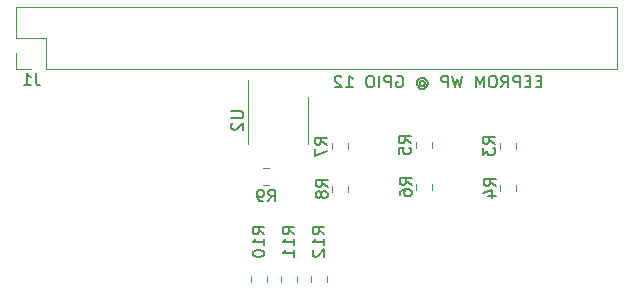
<source format=gbo>
G04 #@! TF.GenerationSoftware,KiCad,Pcbnew,5.1.5+dfsg1-2build2*
G04 #@! TF.CreationDate,2020-05-27T11:23:31-04:00*
G04 #@! TF.ProjectId,pidroponic_uHAT,70696472-6f70-46f6-9e69-635f75484154,1.0*
G04 #@! TF.SameCoordinates,Original*
G04 #@! TF.FileFunction,Legend,Bot*
G04 #@! TF.FilePolarity,Positive*
%FSLAX46Y46*%
G04 Gerber Fmt 4.6, Leading zero omitted, Abs format (unit mm)*
G04 Created by KiCad (PCBNEW 5.1.5+dfsg1-2build2) date 2020-05-27 11:23:31*
%MOMM*%
%LPD*%
G04 APERTURE LIST*
%ADD10C,0.150000*%
%ADD11C,0.120000*%
G04 APERTURE END LIST*
D10*
X169052785Y-98243071D02*
X168719452Y-98243071D01*
X168576595Y-98766880D02*
X169052785Y-98766880D01*
X169052785Y-97766880D01*
X168576595Y-97766880D01*
X168148023Y-98243071D02*
X167814690Y-98243071D01*
X167671833Y-98766880D02*
X168148023Y-98766880D01*
X168148023Y-97766880D01*
X167671833Y-97766880D01*
X167243261Y-98766880D02*
X167243261Y-97766880D01*
X166862309Y-97766880D01*
X166767071Y-97814500D01*
X166719452Y-97862119D01*
X166671833Y-97957357D01*
X166671833Y-98100214D01*
X166719452Y-98195452D01*
X166767071Y-98243071D01*
X166862309Y-98290690D01*
X167243261Y-98290690D01*
X165671833Y-98766880D02*
X166005166Y-98290690D01*
X166243261Y-98766880D02*
X166243261Y-97766880D01*
X165862309Y-97766880D01*
X165767071Y-97814500D01*
X165719452Y-97862119D01*
X165671833Y-97957357D01*
X165671833Y-98100214D01*
X165719452Y-98195452D01*
X165767071Y-98243071D01*
X165862309Y-98290690D01*
X166243261Y-98290690D01*
X165052785Y-97766880D02*
X164862309Y-97766880D01*
X164767071Y-97814500D01*
X164671833Y-97909738D01*
X164624214Y-98100214D01*
X164624214Y-98433547D01*
X164671833Y-98624023D01*
X164767071Y-98719261D01*
X164862309Y-98766880D01*
X165052785Y-98766880D01*
X165148023Y-98719261D01*
X165243261Y-98624023D01*
X165290880Y-98433547D01*
X165290880Y-98100214D01*
X165243261Y-97909738D01*
X165148023Y-97814500D01*
X165052785Y-97766880D01*
X164195642Y-98766880D02*
X164195642Y-97766880D01*
X163862309Y-98481166D01*
X163528976Y-97766880D01*
X163528976Y-98766880D01*
X162386119Y-97766880D02*
X162148023Y-98766880D01*
X161957547Y-98052595D01*
X161767071Y-98766880D01*
X161528976Y-97766880D01*
X161148023Y-98766880D02*
X161148023Y-97766880D01*
X160767071Y-97766880D01*
X160671833Y-97814500D01*
X160624214Y-97862119D01*
X160576595Y-97957357D01*
X160576595Y-98100214D01*
X160624214Y-98195452D01*
X160671833Y-98243071D01*
X160767071Y-98290690D01*
X161148023Y-98290690D01*
X158767071Y-98290690D02*
X158814690Y-98243071D01*
X158909928Y-98195452D01*
X159005166Y-98195452D01*
X159100404Y-98243071D01*
X159148023Y-98290690D01*
X159195642Y-98385928D01*
X159195642Y-98481166D01*
X159148023Y-98576404D01*
X159100404Y-98624023D01*
X159005166Y-98671642D01*
X158909928Y-98671642D01*
X158814690Y-98624023D01*
X158767071Y-98576404D01*
X158767071Y-98195452D02*
X158767071Y-98576404D01*
X158719452Y-98624023D01*
X158671833Y-98624023D01*
X158576595Y-98576404D01*
X158528976Y-98481166D01*
X158528976Y-98243071D01*
X158624214Y-98100214D01*
X158767071Y-98004976D01*
X158957547Y-97957357D01*
X159148023Y-98004976D01*
X159290880Y-98100214D01*
X159386119Y-98243071D01*
X159433738Y-98433547D01*
X159386119Y-98624023D01*
X159290880Y-98766880D01*
X159148023Y-98862119D01*
X158957547Y-98909738D01*
X158767071Y-98862119D01*
X158624214Y-98766880D01*
X156814690Y-97814500D02*
X156909928Y-97766880D01*
X157052785Y-97766880D01*
X157195642Y-97814500D01*
X157290880Y-97909738D01*
X157338500Y-98004976D01*
X157386119Y-98195452D01*
X157386119Y-98338309D01*
X157338500Y-98528785D01*
X157290880Y-98624023D01*
X157195642Y-98719261D01*
X157052785Y-98766880D01*
X156957547Y-98766880D01*
X156814690Y-98719261D01*
X156767071Y-98671642D01*
X156767071Y-98338309D01*
X156957547Y-98338309D01*
X156338500Y-98766880D02*
X156338500Y-97766880D01*
X155957547Y-97766880D01*
X155862309Y-97814500D01*
X155814690Y-97862119D01*
X155767071Y-97957357D01*
X155767071Y-98100214D01*
X155814690Y-98195452D01*
X155862309Y-98243071D01*
X155957547Y-98290690D01*
X156338500Y-98290690D01*
X155338500Y-98766880D02*
X155338500Y-97766880D01*
X154671833Y-97766880D02*
X154481357Y-97766880D01*
X154386119Y-97814500D01*
X154290880Y-97909738D01*
X154243261Y-98100214D01*
X154243261Y-98433547D01*
X154290880Y-98624023D01*
X154386119Y-98719261D01*
X154481357Y-98766880D01*
X154671833Y-98766880D01*
X154767071Y-98719261D01*
X154862309Y-98624023D01*
X154909928Y-98433547D01*
X154909928Y-98100214D01*
X154862309Y-97909738D01*
X154767071Y-97814500D01*
X154671833Y-97766880D01*
X152528976Y-98766880D02*
X153100404Y-98766880D01*
X152814690Y-98766880D02*
X152814690Y-97766880D01*
X152909928Y-97909738D01*
X153005166Y-98004976D01*
X153100404Y-98052595D01*
X152148023Y-97862119D02*
X152100404Y-97814500D01*
X152005166Y-97766880D01*
X151767071Y-97766880D01*
X151671833Y-97814500D01*
X151624214Y-97862119D01*
X151576595Y-97957357D01*
X151576595Y-98052595D01*
X151624214Y-98195452D01*
X152195642Y-98766880D01*
X151576595Y-98766880D01*
D11*
X145872000Y-114756422D02*
X145872000Y-115273578D01*
X144452000Y-114756422D02*
X144452000Y-115273578D01*
X150952000Y-114756422D02*
X150952000Y-115273578D01*
X149532000Y-114756422D02*
X149532000Y-115273578D01*
X148412000Y-114756422D02*
X148412000Y-115273578D01*
X146992000Y-114756422D02*
X146992000Y-115273578D01*
X124572000Y-91968000D02*
X124572000Y-94568000D01*
X124572000Y-91968000D02*
X175492000Y-91968000D01*
X175492000Y-91968000D02*
X175492000Y-97168000D01*
X127172000Y-97168000D02*
X175492000Y-97168000D01*
X127172000Y-94568000D02*
X127172000Y-97168000D01*
X124572000Y-94568000D02*
X127172000Y-94568000D01*
X124572000Y-97168000D02*
X125902000Y-97168000D01*
X124572000Y-95838000D02*
X124572000Y-97168000D01*
X166954000Y-103453422D02*
X166954000Y-103970578D01*
X165534000Y-103453422D02*
X165534000Y-103970578D01*
X166954000Y-107009422D02*
X166954000Y-107526578D01*
X165534000Y-107009422D02*
X165534000Y-107526578D01*
X159842000Y-103374922D02*
X159842000Y-103892078D01*
X158422000Y-103374922D02*
X158422000Y-103892078D01*
X159842000Y-106930922D02*
X159842000Y-107448078D01*
X158422000Y-106930922D02*
X158422000Y-107448078D01*
X152730000Y-103453422D02*
X152730000Y-103970578D01*
X151310000Y-103453422D02*
X151310000Y-103970578D01*
X152730000Y-107087922D02*
X152730000Y-107605078D01*
X151310000Y-107087922D02*
X151310000Y-107605078D01*
X145523422Y-105608000D02*
X146040578Y-105608000D01*
X145523422Y-107028000D02*
X146040578Y-107028000D01*
X144222000Y-101568000D02*
X144222000Y-98118000D01*
X144222000Y-101568000D02*
X144222000Y-103518000D01*
X149342000Y-101568000D02*
X149342000Y-99618000D01*
X149342000Y-101568000D02*
X149342000Y-103518000D01*
D10*
X145614380Y-111197142D02*
X145138190Y-110863809D01*
X145614380Y-110625714D02*
X144614380Y-110625714D01*
X144614380Y-111006666D01*
X144662000Y-111101904D01*
X144709619Y-111149523D01*
X144804857Y-111197142D01*
X144947714Y-111197142D01*
X145042952Y-111149523D01*
X145090571Y-111101904D01*
X145138190Y-111006666D01*
X145138190Y-110625714D01*
X145614380Y-112149523D02*
X145614380Y-111578095D01*
X145614380Y-111863809D02*
X144614380Y-111863809D01*
X144757238Y-111768571D01*
X144852476Y-111673333D01*
X144900095Y-111578095D01*
X144614380Y-112768571D02*
X144614380Y-112863809D01*
X144662000Y-112959047D01*
X144709619Y-113006666D01*
X144804857Y-113054285D01*
X144995333Y-113101904D01*
X145233428Y-113101904D01*
X145423904Y-113054285D01*
X145519142Y-113006666D01*
X145566761Y-112959047D01*
X145614380Y-112863809D01*
X145614380Y-112768571D01*
X145566761Y-112673333D01*
X145519142Y-112625714D01*
X145423904Y-112578095D01*
X145233428Y-112530476D01*
X144995333Y-112530476D01*
X144804857Y-112578095D01*
X144709619Y-112625714D01*
X144662000Y-112673333D01*
X144614380Y-112768571D01*
X150694380Y-111197142D02*
X150218190Y-110863809D01*
X150694380Y-110625714D02*
X149694380Y-110625714D01*
X149694380Y-111006666D01*
X149742000Y-111101904D01*
X149789619Y-111149523D01*
X149884857Y-111197142D01*
X150027714Y-111197142D01*
X150122952Y-111149523D01*
X150170571Y-111101904D01*
X150218190Y-111006666D01*
X150218190Y-110625714D01*
X150694380Y-112149523D02*
X150694380Y-111578095D01*
X150694380Y-111863809D02*
X149694380Y-111863809D01*
X149837238Y-111768571D01*
X149932476Y-111673333D01*
X149980095Y-111578095D01*
X149789619Y-112530476D02*
X149742000Y-112578095D01*
X149694380Y-112673333D01*
X149694380Y-112911428D01*
X149742000Y-113006666D01*
X149789619Y-113054285D01*
X149884857Y-113101904D01*
X149980095Y-113101904D01*
X150122952Y-113054285D01*
X150694380Y-112482857D01*
X150694380Y-113101904D01*
X148154380Y-111197142D02*
X147678190Y-110863809D01*
X148154380Y-110625714D02*
X147154380Y-110625714D01*
X147154380Y-111006666D01*
X147202000Y-111101904D01*
X147249619Y-111149523D01*
X147344857Y-111197142D01*
X147487714Y-111197142D01*
X147582952Y-111149523D01*
X147630571Y-111101904D01*
X147678190Y-111006666D01*
X147678190Y-110625714D01*
X148154380Y-112149523D02*
X148154380Y-111578095D01*
X148154380Y-111863809D02*
X147154380Y-111863809D01*
X147297238Y-111768571D01*
X147392476Y-111673333D01*
X147440095Y-111578095D01*
X148154380Y-113101904D02*
X148154380Y-112530476D01*
X148154380Y-112816190D02*
X147154380Y-112816190D01*
X147297238Y-112720952D01*
X147392476Y-112625714D01*
X147440095Y-112530476D01*
X126254833Y-97576380D02*
X126254833Y-98290666D01*
X126302452Y-98433523D01*
X126397690Y-98528761D01*
X126540547Y-98576380D01*
X126635785Y-98576380D01*
X125254833Y-98576380D02*
X125826261Y-98576380D01*
X125540547Y-98576380D02*
X125540547Y-97576380D01*
X125635785Y-97719238D01*
X125731023Y-97814476D01*
X125826261Y-97862095D01*
X165108880Y-103545333D02*
X164632690Y-103212000D01*
X165108880Y-102973904D02*
X164108880Y-102973904D01*
X164108880Y-103354857D01*
X164156500Y-103450095D01*
X164204119Y-103497714D01*
X164299357Y-103545333D01*
X164442214Y-103545333D01*
X164537452Y-103497714D01*
X164585071Y-103450095D01*
X164632690Y-103354857D01*
X164632690Y-102973904D01*
X164108880Y-103878666D02*
X164108880Y-104497714D01*
X164489833Y-104164380D01*
X164489833Y-104307238D01*
X164537452Y-104402476D01*
X164585071Y-104450095D01*
X164680309Y-104497714D01*
X164918404Y-104497714D01*
X165013642Y-104450095D01*
X165061261Y-104402476D01*
X165108880Y-104307238D01*
X165108880Y-104021523D01*
X165061261Y-103926285D01*
X165013642Y-103878666D01*
X165196380Y-107101333D02*
X164720190Y-106768000D01*
X165196380Y-106529904D02*
X164196380Y-106529904D01*
X164196380Y-106910857D01*
X164244000Y-107006095D01*
X164291619Y-107053714D01*
X164386857Y-107101333D01*
X164529714Y-107101333D01*
X164624952Y-107053714D01*
X164672571Y-107006095D01*
X164720190Y-106910857D01*
X164720190Y-106529904D01*
X164529714Y-107958476D02*
X165196380Y-107958476D01*
X164148761Y-107720380D02*
X164863047Y-107482285D01*
X164863047Y-108101333D01*
X157996880Y-103481833D02*
X157520690Y-103148500D01*
X157996880Y-102910404D02*
X156996880Y-102910404D01*
X156996880Y-103291357D01*
X157044500Y-103386595D01*
X157092119Y-103434214D01*
X157187357Y-103481833D01*
X157330214Y-103481833D01*
X157425452Y-103434214D01*
X157473071Y-103386595D01*
X157520690Y-103291357D01*
X157520690Y-102910404D01*
X156996880Y-104386595D02*
X156996880Y-103910404D01*
X157473071Y-103862785D01*
X157425452Y-103910404D01*
X157377833Y-104005642D01*
X157377833Y-104243738D01*
X157425452Y-104338976D01*
X157473071Y-104386595D01*
X157568309Y-104434214D01*
X157806404Y-104434214D01*
X157901642Y-104386595D01*
X157949261Y-104338976D01*
X157996880Y-104243738D01*
X157996880Y-104005642D01*
X157949261Y-103910404D01*
X157901642Y-103862785D01*
X158084380Y-107022833D02*
X157608190Y-106689500D01*
X158084380Y-106451404D02*
X157084380Y-106451404D01*
X157084380Y-106832357D01*
X157132000Y-106927595D01*
X157179619Y-106975214D01*
X157274857Y-107022833D01*
X157417714Y-107022833D01*
X157512952Y-106975214D01*
X157560571Y-106927595D01*
X157608190Y-106832357D01*
X157608190Y-106451404D01*
X157084380Y-107879976D02*
X157084380Y-107689500D01*
X157132000Y-107594261D01*
X157179619Y-107546642D01*
X157322476Y-107451404D01*
X157512952Y-107403785D01*
X157893904Y-107403785D01*
X157989142Y-107451404D01*
X158036761Y-107499023D01*
X158084380Y-107594261D01*
X158084380Y-107784738D01*
X158036761Y-107879976D01*
X157989142Y-107927595D01*
X157893904Y-107975214D01*
X157655809Y-107975214D01*
X157560571Y-107927595D01*
X157512952Y-107879976D01*
X157465333Y-107784738D01*
X157465333Y-107594261D01*
X157512952Y-107499023D01*
X157560571Y-107451404D01*
X157655809Y-107403785D01*
X150884880Y-103608833D02*
X150408690Y-103275500D01*
X150884880Y-103037404D02*
X149884880Y-103037404D01*
X149884880Y-103418357D01*
X149932500Y-103513595D01*
X149980119Y-103561214D01*
X150075357Y-103608833D01*
X150218214Y-103608833D01*
X150313452Y-103561214D01*
X150361071Y-103513595D01*
X150408690Y-103418357D01*
X150408690Y-103037404D01*
X149884880Y-103942166D02*
X149884880Y-104608833D01*
X150884880Y-104180261D01*
X150972380Y-107179833D02*
X150496190Y-106846500D01*
X150972380Y-106608404D02*
X149972380Y-106608404D01*
X149972380Y-106989357D01*
X150020000Y-107084595D01*
X150067619Y-107132214D01*
X150162857Y-107179833D01*
X150305714Y-107179833D01*
X150400952Y-107132214D01*
X150448571Y-107084595D01*
X150496190Y-106989357D01*
X150496190Y-106608404D01*
X150400952Y-107751261D02*
X150353333Y-107656023D01*
X150305714Y-107608404D01*
X150210476Y-107560785D01*
X150162857Y-107560785D01*
X150067619Y-107608404D01*
X150020000Y-107656023D01*
X149972380Y-107751261D01*
X149972380Y-107941738D01*
X150020000Y-108036976D01*
X150067619Y-108084595D01*
X150162857Y-108132214D01*
X150210476Y-108132214D01*
X150305714Y-108084595D01*
X150353333Y-108036976D01*
X150400952Y-107941738D01*
X150400952Y-107751261D01*
X150448571Y-107656023D01*
X150496190Y-107608404D01*
X150591428Y-107560785D01*
X150781904Y-107560785D01*
X150877142Y-107608404D01*
X150924761Y-107656023D01*
X150972380Y-107751261D01*
X150972380Y-107941738D01*
X150924761Y-108036976D01*
X150877142Y-108084595D01*
X150781904Y-108132214D01*
X150591428Y-108132214D01*
X150496190Y-108084595D01*
X150448571Y-108036976D01*
X150400952Y-107941738D01*
X145948666Y-108420380D02*
X146282000Y-107944190D01*
X146520095Y-108420380D02*
X146520095Y-107420380D01*
X146139142Y-107420380D01*
X146043904Y-107468000D01*
X145996285Y-107515619D01*
X145948666Y-107610857D01*
X145948666Y-107753714D01*
X145996285Y-107848952D01*
X146043904Y-107896571D01*
X146139142Y-107944190D01*
X146520095Y-107944190D01*
X145472476Y-108420380D02*
X145282000Y-108420380D01*
X145186761Y-108372761D01*
X145139142Y-108325142D01*
X145043904Y-108182285D01*
X144996285Y-107991809D01*
X144996285Y-107610857D01*
X145043904Y-107515619D01*
X145091523Y-107468000D01*
X145186761Y-107420380D01*
X145377238Y-107420380D01*
X145472476Y-107468000D01*
X145520095Y-107515619D01*
X145567714Y-107610857D01*
X145567714Y-107848952D01*
X145520095Y-107944190D01*
X145472476Y-107991809D01*
X145377238Y-108039428D01*
X145186761Y-108039428D01*
X145091523Y-107991809D01*
X145043904Y-107944190D01*
X144996285Y-107848952D01*
X142834380Y-100806095D02*
X143643904Y-100806095D01*
X143739142Y-100853714D01*
X143786761Y-100901333D01*
X143834380Y-100996571D01*
X143834380Y-101187047D01*
X143786761Y-101282285D01*
X143739142Y-101329904D01*
X143643904Y-101377523D01*
X142834380Y-101377523D01*
X142929619Y-101806095D02*
X142882000Y-101853714D01*
X142834380Y-101948952D01*
X142834380Y-102187047D01*
X142882000Y-102282285D01*
X142929619Y-102329904D01*
X143024857Y-102377523D01*
X143120095Y-102377523D01*
X143262952Y-102329904D01*
X143834380Y-101758476D01*
X143834380Y-102377523D01*
M02*

</source>
